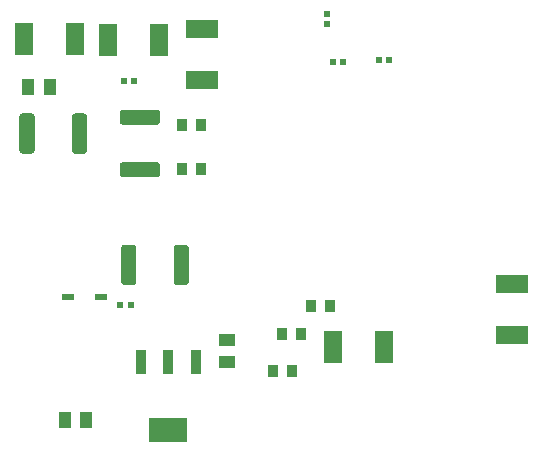
<source format=gbr>
%TF.GenerationSoftware,KiCad,Pcbnew,(5.1.9)-1*%
%TF.CreationDate,2021-03-01T12:10:23+05:30*%
%TF.ProjectId,Charger,43686172-6765-4722-9e6b-696361645f70,rev?*%
%TF.SameCoordinates,Original*%
%TF.FileFunction,Paste,Bot*%
%TF.FilePolarity,Positive*%
%FSLAX46Y46*%
G04 Gerber Fmt 4.6, Leading zero omitted, Abs format (unit mm)*
G04 Created by KiCad (PCBNEW (5.1.9)-1) date 2021-03-01 12:10:23*
%MOMM*%
%LPD*%
G01*
G04 APERTURE LIST*
%ADD10R,1.080000X1.420000*%
%ADD11R,0.950000X2.150000*%
%ADD12R,3.250000X2.150000*%
%ADD13R,0.600000X0.560000*%
%ADD14R,0.560000X0.600000*%
%ADD15R,1.600000X2.720000*%
%ADD16R,0.940000X1.020000*%
%ADD17R,2.720000X1.600000*%
%ADD18R,1.000000X1.420000*%
%ADD19R,1.420000X1.000000*%
%ADD20R,0.490000X0.600000*%
%ADD21R,1.050000X0.600000*%
G04 APERTURE END LIST*
D10*
%TO.C,C2*%
X89287000Y-66103500D03*
X87497000Y-66103500D03*
%TD*%
%TO.C,D4*%
G36*
G01*
X95303001Y-45547000D02*
X92402999Y-45547000D01*
G75*
G02*
X92153000Y-45297001I0J249999D01*
G01*
X92153000Y-44496999D01*
G75*
G02*
X92402999Y-44247000I249999J0D01*
G01*
X95303001Y-44247000D01*
G75*
G02*
X95553000Y-44496999I0J-249999D01*
G01*
X95553000Y-45297001D01*
G75*
G02*
X95303001Y-45547000I-249999J0D01*
G01*
G37*
G36*
G01*
X95303001Y-41097000D02*
X92402999Y-41097000D01*
G75*
G02*
X92153000Y-40847001I0J249999D01*
G01*
X92153000Y-40046999D01*
G75*
G02*
X92402999Y-39797000I249999J0D01*
G01*
X95303001Y-39797000D01*
G75*
G02*
X95553000Y-40046999I0J-249999D01*
G01*
X95553000Y-40847001D01*
G75*
G02*
X95303001Y-41097000I-249999J0D01*
G01*
G37*
%TD*%
%TO.C,D5*%
G36*
G01*
X83637400Y-43283801D02*
X83637400Y-40383799D01*
G75*
G02*
X83887399Y-40133800I249999J0D01*
G01*
X84687401Y-40133800D01*
G75*
G02*
X84937400Y-40383799I0J-249999D01*
G01*
X84937400Y-43283801D01*
G75*
G02*
X84687401Y-43533800I-249999J0D01*
G01*
X83887399Y-43533800D01*
G75*
G02*
X83637400Y-43283801I0J249999D01*
G01*
G37*
G36*
G01*
X88087400Y-43283801D02*
X88087400Y-40383799D01*
G75*
G02*
X88337399Y-40133800I249999J0D01*
G01*
X89137401Y-40133800D01*
G75*
G02*
X89387400Y-40383799I0J-249999D01*
G01*
X89387400Y-43283801D01*
G75*
G02*
X89137401Y-43533800I-249999J0D01*
G01*
X88337399Y-43533800D01*
G75*
G02*
X88087400Y-43283801I0J249999D01*
G01*
G37*
%TD*%
%TO.C,D6*%
G36*
G01*
X96698000Y-54409001D02*
X96698000Y-51508999D01*
G75*
G02*
X96947999Y-51259000I249999J0D01*
G01*
X97748001Y-51259000D01*
G75*
G02*
X97998000Y-51508999I0J-249999D01*
G01*
X97998000Y-54409001D01*
G75*
G02*
X97748001Y-54659000I-249999J0D01*
G01*
X96947999Y-54659000D01*
G75*
G02*
X96698000Y-54409001I0J249999D01*
G01*
G37*
G36*
G01*
X92248000Y-54409001D02*
X92248000Y-51508999D01*
G75*
G02*
X92497999Y-51259000I249999J0D01*
G01*
X93298001Y-51259000D01*
G75*
G02*
X93548000Y-51508999I0J-249999D01*
G01*
X93548000Y-54409001D01*
G75*
G02*
X93298001Y-54659000I-249999J0D01*
G01*
X92497999Y-54659000D01*
G75*
G02*
X92248000Y-54409001I0J249999D01*
G01*
G37*
%TD*%
D11*
%TO.C,Q1*%
X93966000Y-61171500D03*
X96266000Y-61171500D03*
X98566000Y-61171500D03*
D12*
X96266000Y-66971500D03*
%TD*%
D13*
%TO.C,R1*%
X109664500Y-31696000D03*
X109664500Y-32566000D03*
%TD*%
D14*
%TO.C,R2*%
X114925500Y-35623500D03*
X114055500Y-35623500D03*
%TD*%
D15*
%TO.C,R3*%
X91185000Y-33883600D03*
X95505000Y-33883600D03*
%TD*%
D16*
%TO.C,R4*%
X105890000Y-58801000D03*
X107470000Y-58801000D03*
%TD*%
D17*
%TO.C,R5*%
X99085400Y-32968200D03*
X99085400Y-37288200D03*
%TD*%
D16*
%TO.C,R6*%
X109946000Y-56451500D03*
X108366000Y-56451500D03*
%TD*%
%TO.C,R7*%
X98986400Y-41097200D03*
X97406400Y-41097200D03*
%TD*%
D15*
%TO.C,R8*%
X110235000Y-59944000D03*
X114555000Y-59944000D03*
%TD*%
D16*
%TO.C,R9*%
X97406400Y-44856400D03*
X98986400Y-44856400D03*
%TD*%
D17*
%TO.C,R10*%
X125349000Y-58865500D03*
X125349000Y-54545500D03*
%TD*%
D18*
%TO.C,R11*%
X84383600Y-37922200D03*
X86253600Y-37922200D03*
%TD*%
D14*
%TO.C,R12*%
X92465500Y-37401500D03*
X93335500Y-37401500D03*
%TD*%
D19*
%TO.C,R13*%
X101219000Y-61196500D03*
X101219000Y-59326500D03*
%TD*%
D14*
%TO.C,R14*%
X111052000Y-35750500D03*
X110182000Y-35750500D03*
%TD*%
D20*
%TO.C,R15*%
X93101500Y-56324500D03*
X92191500Y-56324500D03*
%TD*%
D15*
%TO.C,R16*%
X88367600Y-33858200D03*
X84047600Y-33858200D03*
%TD*%
D16*
%TO.C,R17*%
X106708000Y-61976000D03*
X105128000Y-61976000D03*
%TD*%
D21*
%TO.C,D3*%
X87754000Y-55689500D03*
X90554000Y-55689500D03*
%TD*%
M02*

</source>
